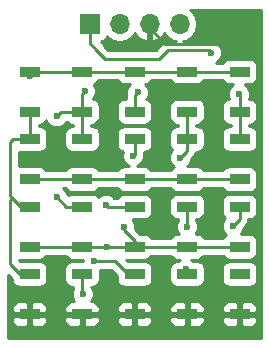
<source format=gbr>
G04 #@! TF.FileFunction,Copper,L1,Top,Signal*
%FSLAX46Y46*%
G04 Gerber Fmt 4.6, Leading zero omitted, Abs format (unit mm)*
G04 Created by KiCad (PCBNEW 4.0.7) date 07/07/18 12:03:53*
%MOMM*%
%LPD*%
G01*
G04 APERTURE LIST*
%ADD10C,0.100000*%
%ADD11R,1.700000X0.900000*%
%ADD12R,1.700000X1.700000*%
%ADD13O,1.700000X1.700000*%
%ADD14C,0.600000*%
%ADD15C,0.250000*%
%ADD16C,0.254000*%
G04 APERTURE END LIST*
D10*
D11*
X118745000Y-98220000D03*
X118745000Y-94820000D03*
X123190000Y-98220000D03*
X123190000Y-94820000D03*
X127635000Y-98220000D03*
X127635000Y-94820000D03*
X132080000Y-98220000D03*
X132080000Y-94820000D03*
X136525000Y-98220000D03*
X136525000Y-94820000D03*
X118745000Y-100535000D03*
X118745000Y-103935000D03*
X123190000Y-100535000D03*
X123190000Y-103935000D03*
X127635000Y-100535000D03*
X127635000Y-103935000D03*
X132080000Y-100535000D03*
X132080000Y-103935000D03*
X136525000Y-100535000D03*
X136525000Y-103935000D03*
X118745000Y-106250000D03*
X118745000Y-109650000D03*
X123190000Y-106250000D03*
X123190000Y-109650000D03*
X127635000Y-106250000D03*
X127635000Y-109650000D03*
X132080000Y-106250000D03*
X132080000Y-109650000D03*
X136525000Y-106250000D03*
X136525000Y-109650000D03*
X118745000Y-111965000D03*
X118745000Y-115365000D03*
X123190000Y-111965000D03*
X123190000Y-115365000D03*
X127635000Y-111965000D03*
X127635000Y-115365000D03*
X132080000Y-111965000D03*
X132080000Y-115365000D03*
X136525000Y-111965000D03*
X136525000Y-115365000D03*
D12*
X123825000Y-90805000D03*
D13*
X126365000Y-90805000D03*
X128905000Y-90805000D03*
X131445000Y-90805000D03*
D14*
X118745000Y-95186500D03*
X126746000Y-107950000D03*
X125285500Y-109664500D03*
X131635500Y-113601500D03*
X123253500Y-113665000D03*
X121031000Y-105473500D03*
X121031000Y-98615500D03*
X123444000Y-96456500D03*
X118427500Y-98234500D03*
X125222000Y-106108500D03*
X127508000Y-101981000D03*
X127889000Y-96583500D03*
X124206000Y-110871000D03*
X131508500Y-102108000D03*
X131953000Y-111569500D03*
X132080000Y-107950000D03*
X136461500Y-96710500D03*
X135953500Y-107886500D03*
X136207500Y-111950500D03*
X134112000Y-93218000D03*
D15*
X118745000Y-95186500D02*
X118745000Y-94820000D01*
X132080000Y-94820000D02*
X136525000Y-94820000D01*
X127635000Y-94820000D02*
X132080000Y-94820000D01*
X127635000Y-94820000D02*
X123190000Y-94820000D01*
X118745000Y-94820000D02*
X123190000Y-94820000D01*
X132080000Y-103935000D02*
X136525000Y-103935000D01*
X127635000Y-103935000D02*
X132080000Y-103935000D01*
X123190000Y-103935000D02*
X127635000Y-103935000D01*
X118745000Y-103935000D02*
X123190000Y-103935000D01*
X127635000Y-109650000D02*
X127635000Y-109156500D01*
X126746000Y-108267500D02*
X126746000Y-107950000D01*
X127635000Y-109156500D02*
X126746000Y-108267500D01*
X125285500Y-109664500D02*
X125285500Y-109650000D01*
X125285500Y-109650000D02*
X125285500Y-109664500D01*
X125285500Y-109664500D02*
X125285500Y-109650000D01*
X132080000Y-109650000D02*
X136525000Y-109650000D01*
X127635000Y-109650000D02*
X132080000Y-109650000D01*
X123190000Y-109650000D02*
X125285500Y-109650000D01*
X125285500Y-109650000D02*
X127635000Y-109650000D01*
X118745000Y-109650000D02*
X123190000Y-109650000D01*
X132080000Y-115365000D02*
X132080000Y-114046000D01*
X132080000Y-114046000D02*
X131635500Y-113601500D01*
X136525000Y-115365000D02*
X138000000Y-115365000D01*
X130238500Y-92456000D02*
X128905000Y-91122500D01*
X137858500Y-92456000D02*
X130238500Y-92456000D01*
X138303000Y-92900500D02*
X137858500Y-92456000D01*
X138303000Y-115062000D02*
X138303000Y-92900500D01*
X138000000Y-115365000D02*
X138303000Y-115062000D01*
X128905000Y-91122500D02*
X128905000Y-90805000D01*
X132080000Y-115365000D02*
X136525000Y-115365000D01*
X127635000Y-115365000D02*
X132080000Y-115365000D01*
X123190000Y-115365000D02*
X127635000Y-115365000D01*
X118745000Y-115365000D02*
X123190000Y-115365000D01*
X123190000Y-111965000D02*
X123190000Y-113601500D01*
X123190000Y-113601500D02*
X123253500Y-113665000D01*
X123190000Y-106250000D02*
X121807500Y-106250000D01*
X121807500Y-106250000D02*
X121031000Y-105473500D01*
X123190000Y-100535000D02*
X123190000Y-98220000D01*
X123190000Y-98220000D02*
X121426500Y-98220000D01*
X121426500Y-98220000D02*
X121031000Y-98615500D01*
X123190000Y-98220000D02*
X123190000Y-96710500D01*
X123190000Y-96710500D02*
X123444000Y-96456500D01*
X118745000Y-111965000D02*
X117934000Y-111965000D01*
X117934000Y-111965000D02*
X117094000Y-111125000D01*
X117094000Y-111125000D02*
X117094000Y-105664000D01*
X117094000Y-105664000D02*
X117252750Y-105505250D01*
X118745000Y-106250000D02*
X117997500Y-106250000D01*
X117997500Y-106250000D02*
X117252750Y-105505250D01*
X117252750Y-105505250D02*
X117094000Y-105346500D01*
X117094000Y-105346500D02*
X117094000Y-100774500D01*
X117094000Y-100774500D02*
X117333500Y-100535000D01*
X117333500Y-100535000D02*
X118745000Y-100535000D01*
X118745000Y-98220000D02*
X118745000Y-100535000D01*
X118427500Y-98234500D02*
X118442000Y-98220000D01*
X118442000Y-98220000D02*
X118745000Y-98220000D01*
X127635000Y-106250000D02*
X125363500Y-106250000D01*
X125363500Y-106250000D02*
X125222000Y-106108500D01*
X127635000Y-100535000D02*
X127635000Y-101854000D01*
X127635000Y-101854000D02*
X127508000Y-101981000D01*
X127635000Y-98220000D02*
X127635000Y-96837500D01*
X127635000Y-96837500D02*
X127889000Y-96583500D01*
X127635000Y-111965000D02*
X127078000Y-111965000D01*
X127078000Y-111965000D02*
X125984000Y-110871000D01*
X125984000Y-110871000D02*
X124206000Y-110871000D01*
X132080000Y-100535000D02*
X132080000Y-101536500D01*
X132080000Y-101536500D02*
X131508500Y-102108000D01*
X132080000Y-98220000D02*
X132080000Y-100535000D01*
X131953000Y-111569500D02*
X132080000Y-111696500D01*
X132080000Y-111696500D02*
X132080000Y-111965000D01*
X132080000Y-106250000D02*
X132080000Y-107950000D01*
X136525000Y-98220000D02*
X136525000Y-96774000D01*
X136525000Y-96774000D02*
X136461500Y-96710500D01*
X136525000Y-100535000D02*
X136525000Y-98220000D01*
X136525000Y-106250000D02*
X136525000Y-107315000D01*
X136525000Y-107315000D02*
X135953500Y-107886500D01*
X136207500Y-111950500D02*
X136222000Y-111965000D01*
X136222000Y-111965000D02*
X136525000Y-111965000D01*
X123825000Y-92392500D02*
X123825000Y-90805000D01*
X124396500Y-92964000D02*
X123825000Y-92392500D01*
X124396500Y-93027500D02*
X124396500Y-92964000D01*
X125095000Y-93726000D02*
X124396500Y-93027500D01*
X129730500Y-93726000D02*
X125095000Y-93726000D01*
X130429000Y-93027500D02*
X129730500Y-93726000D01*
X133921500Y-93027500D02*
X130429000Y-93027500D01*
X134112000Y-93218000D02*
X133921500Y-93027500D01*
D16*
G36*
X138355000Y-117400000D02*
X116915000Y-117400000D01*
X116915000Y-115650750D01*
X117260000Y-115650750D01*
X117260000Y-115941309D01*
X117356673Y-116174698D01*
X117535301Y-116353327D01*
X117768690Y-116450000D01*
X118459250Y-116450000D01*
X118618000Y-116291250D01*
X118618000Y-115492000D01*
X118872000Y-115492000D01*
X118872000Y-116291250D01*
X119030750Y-116450000D01*
X119721310Y-116450000D01*
X119954699Y-116353327D01*
X120133327Y-116174698D01*
X120230000Y-115941309D01*
X120230000Y-115650750D01*
X121705000Y-115650750D01*
X121705000Y-115941309D01*
X121801673Y-116174698D01*
X121980301Y-116353327D01*
X122213690Y-116450000D01*
X122904250Y-116450000D01*
X123063000Y-116291250D01*
X123063000Y-115492000D01*
X123317000Y-115492000D01*
X123317000Y-116291250D01*
X123475750Y-116450000D01*
X124166310Y-116450000D01*
X124399699Y-116353327D01*
X124578327Y-116174698D01*
X124675000Y-115941309D01*
X124675000Y-115650750D01*
X126150000Y-115650750D01*
X126150000Y-115941309D01*
X126246673Y-116174698D01*
X126425301Y-116353327D01*
X126658690Y-116450000D01*
X127349250Y-116450000D01*
X127508000Y-116291250D01*
X127508000Y-115492000D01*
X127762000Y-115492000D01*
X127762000Y-116291250D01*
X127920750Y-116450000D01*
X128611310Y-116450000D01*
X128844699Y-116353327D01*
X129023327Y-116174698D01*
X129120000Y-115941309D01*
X129120000Y-115650750D01*
X130595000Y-115650750D01*
X130595000Y-115941309D01*
X130691673Y-116174698D01*
X130870301Y-116353327D01*
X131103690Y-116450000D01*
X131794250Y-116450000D01*
X131953000Y-116291250D01*
X131953000Y-115492000D01*
X132207000Y-115492000D01*
X132207000Y-116291250D01*
X132365750Y-116450000D01*
X133056310Y-116450000D01*
X133289699Y-116353327D01*
X133468327Y-116174698D01*
X133565000Y-115941309D01*
X133565000Y-115650750D01*
X135040000Y-115650750D01*
X135040000Y-115941309D01*
X135136673Y-116174698D01*
X135315301Y-116353327D01*
X135548690Y-116450000D01*
X136239250Y-116450000D01*
X136398000Y-116291250D01*
X136398000Y-115492000D01*
X136652000Y-115492000D01*
X136652000Y-116291250D01*
X136810750Y-116450000D01*
X137501310Y-116450000D01*
X137734699Y-116353327D01*
X137913327Y-116174698D01*
X138010000Y-115941309D01*
X138010000Y-115650750D01*
X137851250Y-115492000D01*
X136652000Y-115492000D01*
X136398000Y-115492000D01*
X135198750Y-115492000D01*
X135040000Y-115650750D01*
X133565000Y-115650750D01*
X133406250Y-115492000D01*
X132207000Y-115492000D01*
X131953000Y-115492000D01*
X130753750Y-115492000D01*
X130595000Y-115650750D01*
X129120000Y-115650750D01*
X128961250Y-115492000D01*
X127762000Y-115492000D01*
X127508000Y-115492000D01*
X126308750Y-115492000D01*
X126150000Y-115650750D01*
X124675000Y-115650750D01*
X124516250Y-115492000D01*
X123317000Y-115492000D01*
X123063000Y-115492000D01*
X121863750Y-115492000D01*
X121705000Y-115650750D01*
X120230000Y-115650750D01*
X120071250Y-115492000D01*
X118872000Y-115492000D01*
X118618000Y-115492000D01*
X117418750Y-115492000D01*
X117260000Y-115650750D01*
X116915000Y-115650750D01*
X116915000Y-114788691D01*
X117260000Y-114788691D01*
X117260000Y-115079250D01*
X117418750Y-115238000D01*
X118618000Y-115238000D01*
X118618000Y-114438750D01*
X118872000Y-114438750D01*
X118872000Y-115238000D01*
X120071250Y-115238000D01*
X120230000Y-115079250D01*
X120230000Y-114788691D01*
X120133327Y-114555302D01*
X119954699Y-114376673D01*
X119721310Y-114280000D01*
X119030750Y-114280000D01*
X118872000Y-114438750D01*
X118618000Y-114438750D01*
X118459250Y-114280000D01*
X117768690Y-114280000D01*
X117535301Y-114376673D01*
X117356673Y-114555302D01*
X117260000Y-114788691D01*
X116915000Y-114788691D01*
X116915000Y-112020802D01*
X117247560Y-112353362D01*
X117247560Y-112415000D01*
X117291838Y-112650317D01*
X117430910Y-112866441D01*
X117643110Y-113011431D01*
X117895000Y-113062440D01*
X119595000Y-113062440D01*
X119830317Y-113018162D01*
X120046441Y-112879090D01*
X120191431Y-112666890D01*
X120242440Y-112415000D01*
X120242440Y-111515000D01*
X120198162Y-111279683D01*
X120059090Y-111063559D01*
X119846890Y-110918569D01*
X119595000Y-110867560D01*
X117911362Y-110867560D01*
X117854000Y-110810198D01*
X117854000Y-110739137D01*
X117895000Y-110747440D01*
X119595000Y-110747440D01*
X119830317Y-110703162D01*
X120046441Y-110564090D01*
X120151726Y-110410000D01*
X121784895Y-110410000D01*
X121875910Y-110551441D01*
X122088110Y-110696431D01*
X122340000Y-110747440D01*
X123271107Y-110747440D01*
X123271002Y-110867560D01*
X122340000Y-110867560D01*
X122104683Y-110911838D01*
X121888559Y-111050910D01*
X121743569Y-111263110D01*
X121692560Y-111515000D01*
X121692560Y-112415000D01*
X121736838Y-112650317D01*
X121875910Y-112866441D01*
X122088110Y-113011431D01*
X122340000Y-113062440D01*
X122430000Y-113062440D01*
X122430000Y-113210071D01*
X122318662Y-113478201D01*
X122318338Y-113850167D01*
X122460383Y-114193943D01*
X122546290Y-114280000D01*
X122213690Y-114280000D01*
X121980301Y-114376673D01*
X121801673Y-114555302D01*
X121705000Y-114788691D01*
X121705000Y-115079250D01*
X121863750Y-115238000D01*
X123063000Y-115238000D01*
X123063000Y-115218000D01*
X123317000Y-115218000D01*
X123317000Y-115238000D01*
X124516250Y-115238000D01*
X124675000Y-115079250D01*
X124675000Y-114788691D01*
X126150000Y-114788691D01*
X126150000Y-115079250D01*
X126308750Y-115238000D01*
X127508000Y-115238000D01*
X127508000Y-114438750D01*
X127762000Y-114438750D01*
X127762000Y-115238000D01*
X128961250Y-115238000D01*
X129120000Y-115079250D01*
X129120000Y-114788691D01*
X130595000Y-114788691D01*
X130595000Y-115079250D01*
X130753750Y-115238000D01*
X131953000Y-115238000D01*
X131953000Y-114438750D01*
X132207000Y-114438750D01*
X132207000Y-115238000D01*
X133406250Y-115238000D01*
X133565000Y-115079250D01*
X133565000Y-114788691D01*
X135040000Y-114788691D01*
X135040000Y-115079250D01*
X135198750Y-115238000D01*
X136398000Y-115238000D01*
X136398000Y-114438750D01*
X136652000Y-114438750D01*
X136652000Y-115238000D01*
X137851250Y-115238000D01*
X138010000Y-115079250D01*
X138010000Y-114788691D01*
X137913327Y-114555302D01*
X137734699Y-114376673D01*
X137501310Y-114280000D01*
X136810750Y-114280000D01*
X136652000Y-114438750D01*
X136398000Y-114438750D01*
X136239250Y-114280000D01*
X135548690Y-114280000D01*
X135315301Y-114376673D01*
X135136673Y-114555302D01*
X135040000Y-114788691D01*
X133565000Y-114788691D01*
X133468327Y-114555302D01*
X133289699Y-114376673D01*
X133056310Y-114280000D01*
X132365750Y-114280000D01*
X132207000Y-114438750D01*
X131953000Y-114438750D01*
X131794250Y-114280000D01*
X131103690Y-114280000D01*
X130870301Y-114376673D01*
X130691673Y-114555302D01*
X130595000Y-114788691D01*
X129120000Y-114788691D01*
X129023327Y-114555302D01*
X128844699Y-114376673D01*
X128611310Y-114280000D01*
X127920750Y-114280000D01*
X127762000Y-114438750D01*
X127508000Y-114438750D01*
X127349250Y-114280000D01*
X126658690Y-114280000D01*
X126425301Y-114376673D01*
X126246673Y-114555302D01*
X126150000Y-114788691D01*
X124675000Y-114788691D01*
X124578327Y-114555302D01*
X124399699Y-114376673D01*
X124166310Y-114280000D01*
X123960871Y-114280000D01*
X124045692Y-114195327D01*
X124188338Y-113851799D01*
X124188662Y-113479833D01*
X124046617Y-113136057D01*
X123973128Y-113062440D01*
X124040000Y-113062440D01*
X124275317Y-113018162D01*
X124491441Y-112879090D01*
X124636431Y-112666890D01*
X124687440Y-112415000D01*
X124687440Y-111683745D01*
X124734943Y-111664117D01*
X124768118Y-111631000D01*
X125669198Y-111631000D01*
X126137560Y-112099362D01*
X126137560Y-112415000D01*
X126181838Y-112650317D01*
X126320910Y-112866441D01*
X126533110Y-113011431D01*
X126785000Y-113062440D01*
X128485000Y-113062440D01*
X128720317Y-113018162D01*
X128936441Y-112879090D01*
X129081431Y-112666890D01*
X129132440Y-112415000D01*
X129132440Y-111515000D01*
X129088162Y-111279683D01*
X128949090Y-111063559D01*
X128736890Y-110918569D01*
X128485000Y-110867560D01*
X127055362Y-110867560D01*
X126935242Y-110747440D01*
X128485000Y-110747440D01*
X128720317Y-110703162D01*
X128936441Y-110564090D01*
X129041726Y-110410000D01*
X130674895Y-110410000D01*
X130765910Y-110551441D01*
X130978110Y-110696431D01*
X131230000Y-110747440D01*
X131494105Y-110747440D01*
X131424057Y-110776383D01*
X131332721Y-110867560D01*
X131230000Y-110867560D01*
X130994683Y-110911838D01*
X130778559Y-111050910D01*
X130633569Y-111263110D01*
X130582560Y-111515000D01*
X130582560Y-112415000D01*
X130626838Y-112650317D01*
X130765910Y-112866441D01*
X130978110Y-113011431D01*
X131230000Y-113062440D01*
X132930000Y-113062440D01*
X133165317Y-113018162D01*
X133381441Y-112879090D01*
X133526431Y-112666890D01*
X133577440Y-112415000D01*
X133577440Y-111515000D01*
X135027560Y-111515000D01*
X135027560Y-112415000D01*
X135071838Y-112650317D01*
X135210910Y-112866441D01*
X135423110Y-113011431D01*
X135675000Y-113062440D01*
X137375000Y-113062440D01*
X137610317Y-113018162D01*
X137826441Y-112879090D01*
X137971431Y-112666890D01*
X138022440Y-112415000D01*
X138022440Y-111515000D01*
X137978162Y-111279683D01*
X137839090Y-111063559D01*
X137626890Y-110918569D01*
X137375000Y-110867560D01*
X135675000Y-110867560D01*
X135439683Y-110911838D01*
X135223559Y-111050910D01*
X135078569Y-111263110D01*
X135027560Y-111515000D01*
X133577440Y-111515000D01*
X133533162Y-111279683D01*
X133394090Y-111063559D01*
X133181890Y-110918569D01*
X132930000Y-110867560D01*
X132573422Y-110867560D01*
X132483327Y-110777308D01*
X132411397Y-110747440D01*
X132930000Y-110747440D01*
X133165317Y-110703162D01*
X133381441Y-110564090D01*
X133486726Y-110410000D01*
X135119895Y-110410000D01*
X135210910Y-110551441D01*
X135423110Y-110696431D01*
X135675000Y-110747440D01*
X137375000Y-110747440D01*
X137610317Y-110703162D01*
X137826441Y-110564090D01*
X137971431Y-110351890D01*
X138022440Y-110100000D01*
X138022440Y-109200000D01*
X137978162Y-108964683D01*
X137839090Y-108748559D01*
X137626890Y-108603569D01*
X137375000Y-108552560D01*
X136609722Y-108552560D01*
X136745692Y-108416827D01*
X136888338Y-108073299D01*
X136888379Y-108026423D01*
X137062401Y-107852401D01*
X137227148Y-107605839D01*
X137278547Y-107347440D01*
X137375000Y-107347440D01*
X137610317Y-107303162D01*
X137826441Y-107164090D01*
X137971431Y-106951890D01*
X138022440Y-106700000D01*
X138022440Y-105800000D01*
X137978162Y-105564683D01*
X137839090Y-105348559D01*
X137626890Y-105203569D01*
X137375000Y-105152560D01*
X135675000Y-105152560D01*
X135439683Y-105196838D01*
X135223559Y-105335910D01*
X135078569Y-105548110D01*
X135027560Y-105800000D01*
X135027560Y-106700000D01*
X135071838Y-106935317D01*
X135210910Y-107151441D01*
X135303217Y-107214512D01*
X135161308Y-107356173D01*
X135018662Y-107699701D01*
X135018338Y-108071667D01*
X135160383Y-108415443D01*
X135379878Y-108635321D01*
X135223559Y-108735910D01*
X135118274Y-108890000D01*
X133485105Y-108890000D01*
X133394090Y-108748559D01*
X133181890Y-108603569D01*
X132930000Y-108552560D01*
X132799833Y-108552560D01*
X132872192Y-108480327D01*
X133014838Y-108136799D01*
X133015162Y-107764833D01*
X132873117Y-107421057D01*
X132840000Y-107387882D01*
X132840000Y-107347440D01*
X132930000Y-107347440D01*
X133165317Y-107303162D01*
X133381441Y-107164090D01*
X133526431Y-106951890D01*
X133577440Y-106700000D01*
X133577440Y-105800000D01*
X133533162Y-105564683D01*
X133394090Y-105348559D01*
X133181890Y-105203569D01*
X132930000Y-105152560D01*
X131230000Y-105152560D01*
X130994683Y-105196838D01*
X130778559Y-105335910D01*
X130633569Y-105548110D01*
X130582560Y-105800000D01*
X130582560Y-106700000D01*
X130626838Y-106935317D01*
X130765910Y-107151441D01*
X130978110Y-107296431D01*
X131230000Y-107347440D01*
X131320000Y-107347440D01*
X131320000Y-107387537D01*
X131287808Y-107419673D01*
X131145162Y-107763201D01*
X131144838Y-108135167D01*
X131286883Y-108478943D01*
X131360372Y-108552560D01*
X131230000Y-108552560D01*
X130994683Y-108596838D01*
X130778559Y-108735910D01*
X130673274Y-108890000D01*
X129040105Y-108890000D01*
X128949090Y-108748559D01*
X128736890Y-108603569D01*
X128485000Y-108552560D01*
X128105862Y-108552560D01*
X127680846Y-108127544D01*
X127681162Y-107764833D01*
X127539117Y-107421057D01*
X127465628Y-107347440D01*
X128485000Y-107347440D01*
X128720317Y-107303162D01*
X128936441Y-107164090D01*
X129081431Y-106951890D01*
X129132440Y-106700000D01*
X129132440Y-105800000D01*
X129088162Y-105564683D01*
X128949090Y-105348559D01*
X128736890Y-105203569D01*
X128485000Y-105152560D01*
X126785000Y-105152560D01*
X126549683Y-105196838D01*
X126333559Y-105335910D01*
X126228274Y-105490000D01*
X125925716Y-105490000D01*
X125752327Y-105316308D01*
X125408799Y-105173662D01*
X125036833Y-105173338D01*
X124693057Y-105315383D01*
X124565000Y-105443216D01*
X124504090Y-105348559D01*
X124291890Y-105203569D01*
X124040000Y-105152560D01*
X122340000Y-105152560D01*
X122104683Y-105196838D01*
X121965392Y-105286469D01*
X121824117Y-104944557D01*
X121574995Y-104695000D01*
X121784895Y-104695000D01*
X121875910Y-104836441D01*
X122088110Y-104981431D01*
X122340000Y-105032440D01*
X124040000Y-105032440D01*
X124275317Y-104988162D01*
X124491441Y-104849090D01*
X124596726Y-104695000D01*
X126229895Y-104695000D01*
X126320910Y-104836441D01*
X126533110Y-104981431D01*
X126785000Y-105032440D01*
X128485000Y-105032440D01*
X128720317Y-104988162D01*
X128936441Y-104849090D01*
X129041726Y-104695000D01*
X130674895Y-104695000D01*
X130765910Y-104836441D01*
X130978110Y-104981431D01*
X131230000Y-105032440D01*
X132930000Y-105032440D01*
X133165317Y-104988162D01*
X133381441Y-104849090D01*
X133486726Y-104695000D01*
X135119895Y-104695000D01*
X135210910Y-104836441D01*
X135423110Y-104981431D01*
X135675000Y-105032440D01*
X137375000Y-105032440D01*
X137610317Y-104988162D01*
X137826441Y-104849090D01*
X137971431Y-104636890D01*
X138022440Y-104385000D01*
X138022440Y-103485000D01*
X137978162Y-103249683D01*
X137839090Y-103033559D01*
X137626890Y-102888569D01*
X137375000Y-102837560D01*
X135675000Y-102837560D01*
X135439683Y-102881838D01*
X135223559Y-103020910D01*
X135118274Y-103175000D01*
X133485105Y-103175000D01*
X133394090Y-103033559D01*
X133181890Y-102888569D01*
X132930000Y-102837560D01*
X132101111Y-102837560D01*
X132300692Y-102638327D01*
X132443338Y-102294799D01*
X132443379Y-102247923D01*
X132617401Y-102073901D01*
X132782148Y-101827339D01*
X132820916Y-101632440D01*
X132930000Y-101632440D01*
X133165317Y-101588162D01*
X133381441Y-101449090D01*
X133526431Y-101236890D01*
X133577440Y-100985000D01*
X133577440Y-100085000D01*
X133533162Y-99849683D01*
X133394090Y-99633559D01*
X133181890Y-99488569D01*
X132930000Y-99437560D01*
X132840000Y-99437560D01*
X132840000Y-99317440D01*
X132930000Y-99317440D01*
X133165317Y-99273162D01*
X133381441Y-99134090D01*
X133526431Y-98921890D01*
X133577440Y-98670000D01*
X133577440Y-97770000D01*
X133533162Y-97534683D01*
X133394090Y-97318559D01*
X133181890Y-97173569D01*
X132930000Y-97122560D01*
X131230000Y-97122560D01*
X130994683Y-97166838D01*
X130778559Y-97305910D01*
X130633569Y-97518110D01*
X130582560Y-97770000D01*
X130582560Y-98670000D01*
X130626838Y-98905317D01*
X130765910Y-99121441D01*
X130978110Y-99266431D01*
X131230000Y-99317440D01*
X131320000Y-99317440D01*
X131320000Y-99437560D01*
X131230000Y-99437560D01*
X130994683Y-99481838D01*
X130778559Y-99620910D01*
X130633569Y-99833110D01*
X130582560Y-100085000D01*
X130582560Y-100985000D01*
X130626838Y-101220317D01*
X130765910Y-101436441D01*
X130820454Y-101473709D01*
X130716308Y-101577673D01*
X130573662Y-101921201D01*
X130573338Y-102293167D01*
X130715383Y-102636943D01*
X130973475Y-102895485D01*
X130778559Y-103020910D01*
X130673274Y-103175000D01*
X129040105Y-103175000D01*
X128949090Y-103033559D01*
X128736890Y-102888569D01*
X128485000Y-102837560D01*
X127883399Y-102837560D01*
X128036943Y-102774117D01*
X128300192Y-102511327D01*
X128442838Y-102167799D01*
X128443162Y-101795833D01*
X128395000Y-101679272D01*
X128395000Y-101632440D01*
X128485000Y-101632440D01*
X128720317Y-101588162D01*
X128936441Y-101449090D01*
X129081431Y-101236890D01*
X129132440Y-100985000D01*
X129132440Y-100085000D01*
X129088162Y-99849683D01*
X128949090Y-99633559D01*
X128736890Y-99488569D01*
X128485000Y-99437560D01*
X126785000Y-99437560D01*
X126549683Y-99481838D01*
X126333559Y-99620910D01*
X126188569Y-99833110D01*
X126137560Y-100085000D01*
X126137560Y-100985000D01*
X126181838Y-101220317D01*
X126320910Y-101436441D01*
X126533110Y-101581431D01*
X126651553Y-101605416D01*
X126573162Y-101794201D01*
X126572838Y-102166167D01*
X126714883Y-102509943D01*
X126977673Y-102773192D01*
X127132688Y-102837560D01*
X126785000Y-102837560D01*
X126549683Y-102881838D01*
X126333559Y-103020910D01*
X126228274Y-103175000D01*
X124595105Y-103175000D01*
X124504090Y-103033559D01*
X124291890Y-102888569D01*
X124040000Y-102837560D01*
X122340000Y-102837560D01*
X122104683Y-102881838D01*
X121888559Y-103020910D01*
X121783274Y-103175000D01*
X120150105Y-103175000D01*
X120059090Y-103033559D01*
X119846890Y-102888569D01*
X119595000Y-102837560D01*
X117895000Y-102837560D01*
X117854000Y-102845275D01*
X117854000Y-101624137D01*
X117895000Y-101632440D01*
X119595000Y-101632440D01*
X119830317Y-101588162D01*
X120046441Y-101449090D01*
X120191431Y-101236890D01*
X120242440Y-100985000D01*
X120242440Y-100085000D01*
X120198162Y-99849683D01*
X120059090Y-99633559D01*
X119846890Y-99488569D01*
X119595000Y-99437560D01*
X119505000Y-99437560D01*
X119505000Y-99317440D01*
X119595000Y-99317440D01*
X119830317Y-99273162D01*
X120046441Y-99134090D01*
X120163074Y-98963392D01*
X120237883Y-99144443D01*
X120500673Y-99407692D01*
X120844201Y-99550338D01*
X121216167Y-99550662D01*
X121559943Y-99408617D01*
X121823192Y-99145827D01*
X121850023Y-99081211D01*
X121875910Y-99121441D01*
X122088110Y-99266431D01*
X122340000Y-99317440D01*
X122430000Y-99317440D01*
X122430000Y-99437560D01*
X122340000Y-99437560D01*
X122104683Y-99481838D01*
X121888559Y-99620910D01*
X121743569Y-99833110D01*
X121692560Y-100085000D01*
X121692560Y-100985000D01*
X121736838Y-101220317D01*
X121875910Y-101436441D01*
X122088110Y-101581431D01*
X122340000Y-101632440D01*
X124040000Y-101632440D01*
X124275317Y-101588162D01*
X124491441Y-101449090D01*
X124636431Y-101236890D01*
X124687440Y-100985000D01*
X124687440Y-100085000D01*
X124643162Y-99849683D01*
X124504090Y-99633559D01*
X124291890Y-99488569D01*
X124040000Y-99437560D01*
X123950000Y-99437560D01*
X123950000Y-99317440D01*
X124040000Y-99317440D01*
X124275317Y-99273162D01*
X124491441Y-99134090D01*
X124636431Y-98921890D01*
X124687440Y-98670000D01*
X124687440Y-97770000D01*
X124643162Y-97534683D01*
X124504090Y-97318559D01*
X124291890Y-97173569D01*
X124090066Y-97132699D01*
X124236192Y-96986827D01*
X124378838Y-96643299D01*
X124379162Y-96271333D01*
X124237117Y-95927557D01*
X124197444Y-95887815D01*
X124275317Y-95873162D01*
X124491441Y-95734090D01*
X124596726Y-95580000D01*
X126229895Y-95580000D01*
X126320910Y-95721441D01*
X126533110Y-95866431D01*
X126785000Y-95917440D01*
X127232778Y-95917440D01*
X127096808Y-96053173D01*
X126954162Y-96396701D01*
X126954059Y-96514922D01*
X126932852Y-96546661D01*
X126875000Y-96837500D01*
X126875000Y-97122560D01*
X126785000Y-97122560D01*
X126549683Y-97166838D01*
X126333559Y-97305910D01*
X126188569Y-97518110D01*
X126137560Y-97770000D01*
X126137560Y-98670000D01*
X126181838Y-98905317D01*
X126320910Y-99121441D01*
X126533110Y-99266431D01*
X126785000Y-99317440D01*
X128485000Y-99317440D01*
X128720317Y-99273162D01*
X128936441Y-99134090D01*
X129081431Y-98921890D01*
X129132440Y-98670000D01*
X129132440Y-97770000D01*
X129088162Y-97534683D01*
X128949090Y-97318559D01*
X128736890Y-97173569D01*
X128640832Y-97154117D01*
X128681192Y-97113827D01*
X128823838Y-96770299D01*
X128824162Y-96398333D01*
X128682117Y-96054557D01*
X128535713Y-95907898D01*
X128720317Y-95873162D01*
X128936441Y-95734090D01*
X129041726Y-95580000D01*
X130674895Y-95580000D01*
X130765910Y-95721441D01*
X130978110Y-95866431D01*
X131230000Y-95917440D01*
X132930000Y-95917440D01*
X133165317Y-95873162D01*
X133381441Y-95734090D01*
X133486726Y-95580000D01*
X135119895Y-95580000D01*
X135210910Y-95721441D01*
X135423110Y-95866431D01*
X135675000Y-95917440D01*
X135932500Y-95917440D01*
X135669308Y-96180173D01*
X135526662Y-96523701D01*
X135526338Y-96895667D01*
X135624049Y-97132147D01*
X135439683Y-97166838D01*
X135223559Y-97305910D01*
X135078569Y-97518110D01*
X135027560Y-97770000D01*
X135027560Y-98670000D01*
X135071838Y-98905317D01*
X135210910Y-99121441D01*
X135423110Y-99266431D01*
X135675000Y-99317440D01*
X135765000Y-99317440D01*
X135765000Y-99437560D01*
X135675000Y-99437560D01*
X135439683Y-99481838D01*
X135223559Y-99620910D01*
X135078569Y-99833110D01*
X135027560Y-100085000D01*
X135027560Y-100985000D01*
X135071838Y-101220317D01*
X135210910Y-101436441D01*
X135423110Y-101581431D01*
X135675000Y-101632440D01*
X137375000Y-101632440D01*
X137610317Y-101588162D01*
X137826441Y-101449090D01*
X137971431Y-101236890D01*
X138022440Y-100985000D01*
X138022440Y-100085000D01*
X137978162Y-99849683D01*
X137839090Y-99633559D01*
X137626890Y-99488569D01*
X137375000Y-99437560D01*
X137285000Y-99437560D01*
X137285000Y-99317440D01*
X137375000Y-99317440D01*
X137610317Y-99273162D01*
X137826441Y-99134090D01*
X137971431Y-98921890D01*
X138022440Y-98670000D01*
X138022440Y-97770000D01*
X137978162Y-97534683D01*
X137839090Y-97318559D01*
X137626890Y-97173569D01*
X137375000Y-97122560D01*
X137302801Y-97122560D01*
X137396338Y-96897299D01*
X137396662Y-96525333D01*
X137254617Y-96181557D01*
X136991827Y-95918308D01*
X136989737Y-95917440D01*
X137375000Y-95917440D01*
X137610317Y-95873162D01*
X137826441Y-95734090D01*
X137971431Y-95521890D01*
X138022440Y-95270000D01*
X138022440Y-94370000D01*
X137978162Y-94134683D01*
X137839090Y-93918559D01*
X137626890Y-93773569D01*
X137375000Y-93722560D01*
X135675000Y-93722560D01*
X135439683Y-93766838D01*
X135223559Y-93905910D01*
X135118274Y-94060000D01*
X134522637Y-94060000D01*
X134640943Y-94011117D01*
X134904192Y-93748327D01*
X135046838Y-93404799D01*
X135047162Y-93032833D01*
X134905117Y-92689057D01*
X134642327Y-92425808D01*
X134298799Y-92283162D01*
X133998924Y-92282901D01*
X133921500Y-92267500D01*
X131704375Y-92267500D01*
X132013285Y-92206054D01*
X132495054Y-91884147D01*
X132816961Y-91402378D01*
X132930000Y-90834093D01*
X132930000Y-90775907D01*
X132816961Y-90207622D01*
X132495054Y-89725853D01*
X132321667Y-89610000D01*
X138355000Y-89610000D01*
X138355000Y-117400000D01*
X138355000Y-117400000D01*
G37*
X138355000Y-117400000D02*
X116915000Y-117400000D01*
X116915000Y-115650750D01*
X117260000Y-115650750D01*
X117260000Y-115941309D01*
X117356673Y-116174698D01*
X117535301Y-116353327D01*
X117768690Y-116450000D01*
X118459250Y-116450000D01*
X118618000Y-116291250D01*
X118618000Y-115492000D01*
X118872000Y-115492000D01*
X118872000Y-116291250D01*
X119030750Y-116450000D01*
X119721310Y-116450000D01*
X119954699Y-116353327D01*
X120133327Y-116174698D01*
X120230000Y-115941309D01*
X120230000Y-115650750D01*
X121705000Y-115650750D01*
X121705000Y-115941309D01*
X121801673Y-116174698D01*
X121980301Y-116353327D01*
X122213690Y-116450000D01*
X122904250Y-116450000D01*
X123063000Y-116291250D01*
X123063000Y-115492000D01*
X123317000Y-115492000D01*
X123317000Y-116291250D01*
X123475750Y-116450000D01*
X124166310Y-116450000D01*
X124399699Y-116353327D01*
X124578327Y-116174698D01*
X124675000Y-115941309D01*
X124675000Y-115650750D01*
X126150000Y-115650750D01*
X126150000Y-115941309D01*
X126246673Y-116174698D01*
X126425301Y-116353327D01*
X126658690Y-116450000D01*
X127349250Y-116450000D01*
X127508000Y-116291250D01*
X127508000Y-115492000D01*
X127762000Y-115492000D01*
X127762000Y-116291250D01*
X127920750Y-116450000D01*
X128611310Y-116450000D01*
X128844699Y-116353327D01*
X129023327Y-116174698D01*
X129120000Y-115941309D01*
X129120000Y-115650750D01*
X130595000Y-115650750D01*
X130595000Y-115941309D01*
X130691673Y-116174698D01*
X130870301Y-116353327D01*
X131103690Y-116450000D01*
X131794250Y-116450000D01*
X131953000Y-116291250D01*
X131953000Y-115492000D01*
X132207000Y-115492000D01*
X132207000Y-116291250D01*
X132365750Y-116450000D01*
X133056310Y-116450000D01*
X133289699Y-116353327D01*
X133468327Y-116174698D01*
X133565000Y-115941309D01*
X133565000Y-115650750D01*
X135040000Y-115650750D01*
X135040000Y-115941309D01*
X135136673Y-116174698D01*
X135315301Y-116353327D01*
X135548690Y-116450000D01*
X136239250Y-116450000D01*
X136398000Y-116291250D01*
X136398000Y-115492000D01*
X136652000Y-115492000D01*
X136652000Y-116291250D01*
X136810750Y-116450000D01*
X137501310Y-116450000D01*
X137734699Y-116353327D01*
X137913327Y-116174698D01*
X138010000Y-115941309D01*
X138010000Y-115650750D01*
X137851250Y-115492000D01*
X136652000Y-115492000D01*
X136398000Y-115492000D01*
X135198750Y-115492000D01*
X135040000Y-115650750D01*
X133565000Y-115650750D01*
X133406250Y-115492000D01*
X132207000Y-115492000D01*
X131953000Y-115492000D01*
X130753750Y-115492000D01*
X130595000Y-115650750D01*
X129120000Y-115650750D01*
X128961250Y-115492000D01*
X127762000Y-115492000D01*
X127508000Y-115492000D01*
X126308750Y-115492000D01*
X126150000Y-115650750D01*
X124675000Y-115650750D01*
X124516250Y-115492000D01*
X123317000Y-115492000D01*
X123063000Y-115492000D01*
X121863750Y-115492000D01*
X121705000Y-115650750D01*
X120230000Y-115650750D01*
X120071250Y-115492000D01*
X118872000Y-115492000D01*
X118618000Y-115492000D01*
X117418750Y-115492000D01*
X117260000Y-115650750D01*
X116915000Y-115650750D01*
X116915000Y-114788691D01*
X117260000Y-114788691D01*
X117260000Y-115079250D01*
X117418750Y-115238000D01*
X118618000Y-115238000D01*
X118618000Y-114438750D01*
X118872000Y-114438750D01*
X118872000Y-115238000D01*
X120071250Y-115238000D01*
X120230000Y-115079250D01*
X120230000Y-114788691D01*
X120133327Y-114555302D01*
X119954699Y-114376673D01*
X119721310Y-114280000D01*
X119030750Y-114280000D01*
X118872000Y-114438750D01*
X118618000Y-114438750D01*
X118459250Y-114280000D01*
X117768690Y-114280000D01*
X117535301Y-114376673D01*
X117356673Y-114555302D01*
X117260000Y-114788691D01*
X116915000Y-114788691D01*
X116915000Y-112020802D01*
X117247560Y-112353362D01*
X117247560Y-112415000D01*
X117291838Y-112650317D01*
X117430910Y-112866441D01*
X117643110Y-113011431D01*
X117895000Y-113062440D01*
X119595000Y-113062440D01*
X119830317Y-113018162D01*
X120046441Y-112879090D01*
X120191431Y-112666890D01*
X120242440Y-112415000D01*
X120242440Y-111515000D01*
X120198162Y-111279683D01*
X120059090Y-111063559D01*
X119846890Y-110918569D01*
X119595000Y-110867560D01*
X117911362Y-110867560D01*
X117854000Y-110810198D01*
X117854000Y-110739137D01*
X117895000Y-110747440D01*
X119595000Y-110747440D01*
X119830317Y-110703162D01*
X120046441Y-110564090D01*
X120151726Y-110410000D01*
X121784895Y-110410000D01*
X121875910Y-110551441D01*
X122088110Y-110696431D01*
X122340000Y-110747440D01*
X123271107Y-110747440D01*
X123271002Y-110867560D01*
X122340000Y-110867560D01*
X122104683Y-110911838D01*
X121888559Y-111050910D01*
X121743569Y-111263110D01*
X121692560Y-111515000D01*
X121692560Y-112415000D01*
X121736838Y-112650317D01*
X121875910Y-112866441D01*
X122088110Y-113011431D01*
X122340000Y-113062440D01*
X122430000Y-113062440D01*
X122430000Y-113210071D01*
X122318662Y-113478201D01*
X122318338Y-113850167D01*
X122460383Y-114193943D01*
X122546290Y-114280000D01*
X122213690Y-114280000D01*
X121980301Y-114376673D01*
X121801673Y-114555302D01*
X121705000Y-114788691D01*
X121705000Y-115079250D01*
X121863750Y-115238000D01*
X123063000Y-115238000D01*
X123063000Y-115218000D01*
X123317000Y-115218000D01*
X123317000Y-115238000D01*
X124516250Y-115238000D01*
X124675000Y-115079250D01*
X124675000Y-114788691D01*
X126150000Y-114788691D01*
X126150000Y-115079250D01*
X126308750Y-115238000D01*
X127508000Y-115238000D01*
X127508000Y-114438750D01*
X127762000Y-114438750D01*
X127762000Y-115238000D01*
X128961250Y-115238000D01*
X129120000Y-115079250D01*
X129120000Y-114788691D01*
X130595000Y-114788691D01*
X130595000Y-115079250D01*
X130753750Y-115238000D01*
X131953000Y-115238000D01*
X131953000Y-114438750D01*
X132207000Y-114438750D01*
X132207000Y-115238000D01*
X133406250Y-115238000D01*
X133565000Y-115079250D01*
X133565000Y-114788691D01*
X135040000Y-114788691D01*
X135040000Y-115079250D01*
X135198750Y-115238000D01*
X136398000Y-115238000D01*
X136398000Y-114438750D01*
X136652000Y-114438750D01*
X136652000Y-115238000D01*
X137851250Y-115238000D01*
X138010000Y-115079250D01*
X138010000Y-114788691D01*
X137913327Y-114555302D01*
X137734699Y-114376673D01*
X137501310Y-114280000D01*
X136810750Y-114280000D01*
X136652000Y-114438750D01*
X136398000Y-114438750D01*
X136239250Y-114280000D01*
X135548690Y-114280000D01*
X135315301Y-114376673D01*
X135136673Y-114555302D01*
X135040000Y-114788691D01*
X133565000Y-114788691D01*
X133468327Y-114555302D01*
X133289699Y-114376673D01*
X133056310Y-114280000D01*
X132365750Y-114280000D01*
X132207000Y-114438750D01*
X131953000Y-114438750D01*
X131794250Y-114280000D01*
X131103690Y-114280000D01*
X130870301Y-114376673D01*
X130691673Y-114555302D01*
X130595000Y-114788691D01*
X129120000Y-114788691D01*
X129023327Y-114555302D01*
X128844699Y-114376673D01*
X128611310Y-114280000D01*
X127920750Y-114280000D01*
X127762000Y-114438750D01*
X127508000Y-114438750D01*
X127349250Y-114280000D01*
X126658690Y-114280000D01*
X126425301Y-114376673D01*
X126246673Y-114555302D01*
X126150000Y-114788691D01*
X124675000Y-114788691D01*
X124578327Y-114555302D01*
X124399699Y-114376673D01*
X124166310Y-114280000D01*
X123960871Y-114280000D01*
X124045692Y-114195327D01*
X124188338Y-113851799D01*
X124188662Y-113479833D01*
X124046617Y-113136057D01*
X123973128Y-113062440D01*
X124040000Y-113062440D01*
X124275317Y-113018162D01*
X124491441Y-112879090D01*
X124636431Y-112666890D01*
X124687440Y-112415000D01*
X124687440Y-111683745D01*
X124734943Y-111664117D01*
X124768118Y-111631000D01*
X125669198Y-111631000D01*
X126137560Y-112099362D01*
X126137560Y-112415000D01*
X126181838Y-112650317D01*
X126320910Y-112866441D01*
X126533110Y-113011431D01*
X126785000Y-113062440D01*
X128485000Y-113062440D01*
X128720317Y-113018162D01*
X128936441Y-112879090D01*
X129081431Y-112666890D01*
X129132440Y-112415000D01*
X129132440Y-111515000D01*
X129088162Y-111279683D01*
X128949090Y-111063559D01*
X128736890Y-110918569D01*
X128485000Y-110867560D01*
X127055362Y-110867560D01*
X126935242Y-110747440D01*
X128485000Y-110747440D01*
X128720317Y-110703162D01*
X128936441Y-110564090D01*
X129041726Y-110410000D01*
X130674895Y-110410000D01*
X130765910Y-110551441D01*
X130978110Y-110696431D01*
X131230000Y-110747440D01*
X131494105Y-110747440D01*
X131424057Y-110776383D01*
X131332721Y-110867560D01*
X131230000Y-110867560D01*
X130994683Y-110911838D01*
X130778559Y-111050910D01*
X130633569Y-111263110D01*
X130582560Y-111515000D01*
X130582560Y-112415000D01*
X130626838Y-112650317D01*
X130765910Y-112866441D01*
X130978110Y-113011431D01*
X131230000Y-113062440D01*
X132930000Y-113062440D01*
X133165317Y-113018162D01*
X133381441Y-112879090D01*
X133526431Y-112666890D01*
X133577440Y-112415000D01*
X133577440Y-111515000D01*
X135027560Y-111515000D01*
X135027560Y-112415000D01*
X135071838Y-112650317D01*
X135210910Y-112866441D01*
X135423110Y-113011431D01*
X135675000Y-113062440D01*
X137375000Y-113062440D01*
X137610317Y-113018162D01*
X137826441Y-112879090D01*
X137971431Y-112666890D01*
X138022440Y-112415000D01*
X138022440Y-111515000D01*
X137978162Y-111279683D01*
X137839090Y-111063559D01*
X137626890Y-110918569D01*
X137375000Y-110867560D01*
X135675000Y-110867560D01*
X135439683Y-110911838D01*
X135223559Y-111050910D01*
X135078569Y-111263110D01*
X135027560Y-111515000D01*
X133577440Y-111515000D01*
X133533162Y-111279683D01*
X133394090Y-111063559D01*
X133181890Y-110918569D01*
X132930000Y-110867560D01*
X132573422Y-110867560D01*
X132483327Y-110777308D01*
X132411397Y-110747440D01*
X132930000Y-110747440D01*
X133165317Y-110703162D01*
X133381441Y-110564090D01*
X133486726Y-110410000D01*
X135119895Y-110410000D01*
X135210910Y-110551441D01*
X135423110Y-110696431D01*
X135675000Y-110747440D01*
X137375000Y-110747440D01*
X137610317Y-110703162D01*
X137826441Y-110564090D01*
X137971431Y-110351890D01*
X138022440Y-110100000D01*
X138022440Y-109200000D01*
X137978162Y-108964683D01*
X137839090Y-108748559D01*
X137626890Y-108603569D01*
X137375000Y-108552560D01*
X136609722Y-108552560D01*
X136745692Y-108416827D01*
X136888338Y-108073299D01*
X136888379Y-108026423D01*
X137062401Y-107852401D01*
X137227148Y-107605839D01*
X137278547Y-107347440D01*
X137375000Y-107347440D01*
X137610317Y-107303162D01*
X137826441Y-107164090D01*
X137971431Y-106951890D01*
X138022440Y-106700000D01*
X138022440Y-105800000D01*
X137978162Y-105564683D01*
X137839090Y-105348559D01*
X137626890Y-105203569D01*
X137375000Y-105152560D01*
X135675000Y-105152560D01*
X135439683Y-105196838D01*
X135223559Y-105335910D01*
X135078569Y-105548110D01*
X135027560Y-105800000D01*
X135027560Y-106700000D01*
X135071838Y-106935317D01*
X135210910Y-107151441D01*
X135303217Y-107214512D01*
X135161308Y-107356173D01*
X135018662Y-107699701D01*
X135018338Y-108071667D01*
X135160383Y-108415443D01*
X135379878Y-108635321D01*
X135223559Y-108735910D01*
X135118274Y-108890000D01*
X133485105Y-108890000D01*
X133394090Y-108748559D01*
X133181890Y-108603569D01*
X132930000Y-108552560D01*
X132799833Y-108552560D01*
X132872192Y-108480327D01*
X133014838Y-108136799D01*
X133015162Y-107764833D01*
X132873117Y-107421057D01*
X132840000Y-107387882D01*
X132840000Y-107347440D01*
X132930000Y-107347440D01*
X133165317Y-107303162D01*
X133381441Y-107164090D01*
X133526431Y-106951890D01*
X133577440Y-106700000D01*
X133577440Y-105800000D01*
X133533162Y-105564683D01*
X133394090Y-105348559D01*
X133181890Y-105203569D01*
X132930000Y-105152560D01*
X131230000Y-105152560D01*
X130994683Y-105196838D01*
X130778559Y-105335910D01*
X130633569Y-105548110D01*
X130582560Y-105800000D01*
X130582560Y-106700000D01*
X130626838Y-106935317D01*
X130765910Y-107151441D01*
X130978110Y-107296431D01*
X131230000Y-107347440D01*
X131320000Y-107347440D01*
X131320000Y-107387537D01*
X131287808Y-107419673D01*
X131145162Y-107763201D01*
X131144838Y-108135167D01*
X131286883Y-108478943D01*
X131360372Y-108552560D01*
X131230000Y-108552560D01*
X130994683Y-108596838D01*
X130778559Y-108735910D01*
X130673274Y-108890000D01*
X129040105Y-108890000D01*
X128949090Y-108748559D01*
X128736890Y-108603569D01*
X128485000Y-108552560D01*
X128105862Y-108552560D01*
X127680846Y-108127544D01*
X127681162Y-107764833D01*
X127539117Y-107421057D01*
X127465628Y-107347440D01*
X128485000Y-107347440D01*
X128720317Y-107303162D01*
X128936441Y-107164090D01*
X129081431Y-106951890D01*
X129132440Y-106700000D01*
X129132440Y-105800000D01*
X129088162Y-105564683D01*
X128949090Y-105348559D01*
X128736890Y-105203569D01*
X128485000Y-105152560D01*
X126785000Y-105152560D01*
X126549683Y-105196838D01*
X126333559Y-105335910D01*
X126228274Y-105490000D01*
X125925716Y-105490000D01*
X125752327Y-105316308D01*
X125408799Y-105173662D01*
X125036833Y-105173338D01*
X124693057Y-105315383D01*
X124565000Y-105443216D01*
X124504090Y-105348559D01*
X124291890Y-105203569D01*
X124040000Y-105152560D01*
X122340000Y-105152560D01*
X122104683Y-105196838D01*
X121965392Y-105286469D01*
X121824117Y-104944557D01*
X121574995Y-104695000D01*
X121784895Y-104695000D01*
X121875910Y-104836441D01*
X122088110Y-104981431D01*
X122340000Y-105032440D01*
X124040000Y-105032440D01*
X124275317Y-104988162D01*
X124491441Y-104849090D01*
X124596726Y-104695000D01*
X126229895Y-104695000D01*
X126320910Y-104836441D01*
X126533110Y-104981431D01*
X126785000Y-105032440D01*
X128485000Y-105032440D01*
X128720317Y-104988162D01*
X128936441Y-104849090D01*
X129041726Y-104695000D01*
X130674895Y-104695000D01*
X130765910Y-104836441D01*
X130978110Y-104981431D01*
X131230000Y-105032440D01*
X132930000Y-105032440D01*
X133165317Y-104988162D01*
X133381441Y-104849090D01*
X133486726Y-104695000D01*
X135119895Y-104695000D01*
X135210910Y-104836441D01*
X135423110Y-104981431D01*
X135675000Y-105032440D01*
X137375000Y-105032440D01*
X137610317Y-104988162D01*
X137826441Y-104849090D01*
X137971431Y-104636890D01*
X138022440Y-104385000D01*
X138022440Y-103485000D01*
X137978162Y-103249683D01*
X137839090Y-103033559D01*
X137626890Y-102888569D01*
X137375000Y-102837560D01*
X135675000Y-102837560D01*
X135439683Y-102881838D01*
X135223559Y-103020910D01*
X135118274Y-103175000D01*
X133485105Y-103175000D01*
X133394090Y-103033559D01*
X133181890Y-102888569D01*
X132930000Y-102837560D01*
X132101111Y-102837560D01*
X132300692Y-102638327D01*
X132443338Y-102294799D01*
X132443379Y-102247923D01*
X132617401Y-102073901D01*
X132782148Y-101827339D01*
X132820916Y-101632440D01*
X132930000Y-101632440D01*
X133165317Y-101588162D01*
X133381441Y-101449090D01*
X133526431Y-101236890D01*
X133577440Y-100985000D01*
X133577440Y-100085000D01*
X133533162Y-99849683D01*
X133394090Y-99633559D01*
X133181890Y-99488569D01*
X132930000Y-99437560D01*
X132840000Y-99437560D01*
X132840000Y-99317440D01*
X132930000Y-99317440D01*
X133165317Y-99273162D01*
X133381441Y-99134090D01*
X133526431Y-98921890D01*
X133577440Y-98670000D01*
X133577440Y-97770000D01*
X133533162Y-97534683D01*
X133394090Y-97318559D01*
X133181890Y-97173569D01*
X132930000Y-97122560D01*
X131230000Y-97122560D01*
X130994683Y-97166838D01*
X130778559Y-97305910D01*
X130633569Y-97518110D01*
X130582560Y-97770000D01*
X130582560Y-98670000D01*
X130626838Y-98905317D01*
X130765910Y-99121441D01*
X130978110Y-99266431D01*
X131230000Y-99317440D01*
X131320000Y-99317440D01*
X131320000Y-99437560D01*
X131230000Y-99437560D01*
X130994683Y-99481838D01*
X130778559Y-99620910D01*
X130633569Y-99833110D01*
X130582560Y-100085000D01*
X130582560Y-100985000D01*
X130626838Y-101220317D01*
X130765910Y-101436441D01*
X130820454Y-101473709D01*
X130716308Y-101577673D01*
X130573662Y-101921201D01*
X130573338Y-102293167D01*
X130715383Y-102636943D01*
X130973475Y-102895485D01*
X130778559Y-103020910D01*
X130673274Y-103175000D01*
X129040105Y-103175000D01*
X128949090Y-103033559D01*
X128736890Y-102888569D01*
X128485000Y-102837560D01*
X127883399Y-102837560D01*
X128036943Y-102774117D01*
X128300192Y-102511327D01*
X128442838Y-102167799D01*
X128443162Y-101795833D01*
X128395000Y-101679272D01*
X128395000Y-101632440D01*
X128485000Y-101632440D01*
X128720317Y-101588162D01*
X128936441Y-101449090D01*
X129081431Y-101236890D01*
X129132440Y-100985000D01*
X129132440Y-100085000D01*
X129088162Y-99849683D01*
X128949090Y-99633559D01*
X128736890Y-99488569D01*
X128485000Y-99437560D01*
X126785000Y-99437560D01*
X126549683Y-99481838D01*
X126333559Y-99620910D01*
X126188569Y-99833110D01*
X126137560Y-100085000D01*
X126137560Y-100985000D01*
X126181838Y-101220317D01*
X126320910Y-101436441D01*
X126533110Y-101581431D01*
X126651553Y-101605416D01*
X126573162Y-101794201D01*
X126572838Y-102166167D01*
X126714883Y-102509943D01*
X126977673Y-102773192D01*
X127132688Y-102837560D01*
X126785000Y-102837560D01*
X126549683Y-102881838D01*
X126333559Y-103020910D01*
X126228274Y-103175000D01*
X124595105Y-103175000D01*
X124504090Y-103033559D01*
X124291890Y-102888569D01*
X124040000Y-102837560D01*
X122340000Y-102837560D01*
X122104683Y-102881838D01*
X121888559Y-103020910D01*
X121783274Y-103175000D01*
X120150105Y-103175000D01*
X120059090Y-103033559D01*
X119846890Y-102888569D01*
X119595000Y-102837560D01*
X117895000Y-102837560D01*
X117854000Y-102845275D01*
X117854000Y-101624137D01*
X117895000Y-101632440D01*
X119595000Y-101632440D01*
X119830317Y-101588162D01*
X120046441Y-101449090D01*
X120191431Y-101236890D01*
X120242440Y-100985000D01*
X120242440Y-100085000D01*
X120198162Y-99849683D01*
X120059090Y-99633559D01*
X119846890Y-99488569D01*
X119595000Y-99437560D01*
X119505000Y-99437560D01*
X119505000Y-99317440D01*
X119595000Y-99317440D01*
X119830317Y-99273162D01*
X120046441Y-99134090D01*
X120163074Y-98963392D01*
X120237883Y-99144443D01*
X120500673Y-99407692D01*
X120844201Y-99550338D01*
X121216167Y-99550662D01*
X121559943Y-99408617D01*
X121823192Y-99145827D01*
X121850023Y-99081211D01*
X121875910Y-99121441D01*
X122088110Y-99266431D01*
X122340000Y-99317440D01*
X122430000Y-99317440D01*
X122430000Y-99437560D01*
X122340000Y-99437560D01*
X122104683Y-99481838D01*
X121888559Y-99620910D01*
X121743569Y-99833110D01*
X121692560Y-100085000D01*
X121692560Y-100985000D01*
X121736838Y-101220317D01*
X121875910Y-101436441D01*
X122088110Y-101581431D01*
X122340000Y-101632440D01*
X124040000Y-101632440D01*
X124275317Y-101588162D01*
X124491441Y-101449090D01*
X124636431Y-101236890D01*
X124687440Y-100985000D01*
X124687440Y-100085000D01*
X124643162Y-99849683D01*
X124504090Y-99633559D01*
X124291890Y-99488569D01*
X124040000Y-99437560D01*
X123950000Y-99437560D01*
X123950000Y-99317440D01*
X124040000Y-99317440D01*
X124275317Y-99273162D01*
X124491441Y-99134090D01*
X124636431Y-98921890D01*
X124687440Y-98670000D01*
X124687440Y-97770000D01*
X124643162Y-97534683D01*
X124504090Y-97318559D01*
X124291890Y-97173569D01*
X124090066Y-97132699D01*
X124236192Y-96986827D01*
X124378838Y-96643299D01*
X124379162Y-96271333D01*
X124237117Y-95927557D01*
X124197444Y-95887815D01*
X124275317Y-95873162D01*
X124491441Y-95734090D01*
X124596726Y-95580000D01*
X126229895Y-95580000D01*
X126320910Y-95721441D01*
X126533110Y-95866431D01*
X126785000Y-95917440D01*
X127232778Y-95917440D01*
X127096808Y-96053173D01*
X126954162Y-96396701D01*
X126954059Y-96514922D01*
X126932852Y-96546661D01*
X126875000Y-96837500D01*
X126875000Y-97122560D01*
X126785000Y-97122560D01*
X126549683Y-97166838D01*
X126333559Y-97305910D01*
X126188569Y-97518110D01*
X126137560Y-97770000D01*
X126137560Y-98670000D01*
X126181838Y-98905317D01*
X126320910Y-99121441D01*
X126533110Y-99266431D01*
X126785000Y-99317440D01*
X128485000Y-99317440D01*
X128720317Y-99273162D01*
X128936441Y-99134090D01*
X129081431Y-98921890D01*
X129132440Y-98670000D01*
X129132440Y-97770000D01*
X129088162Y-97534683D01*
X128949090Y-97318559D01*
X128736890Y-97173569D01*
X128640832Y-97154117D01*
X128681192Y-97113827D01*
X128823838Y-96770299D01*
X128824162Y-96398333D01*
X128682117Y-96054557D01*
X128535713Y-95907898D01*
X128720317Y-95873162D01*
X128936441Y-95734090D01*
X129041726Y-95580000D01*
X130674895Y-95580000D01*
X130765910Y-95721441D01*
X130978110Y-95866431D01*
X131230000Y-95917440D01*
X132930000Y-95917440D01*
X133165317Y-95873162D01*
X133381441Y-95734090D01*
X133486726Y-95580000D01*
X135119895Y-95580000D01*
X135210910Y-95721441D01*
X135423110Y-95866431D01*
X135675000Y-95917440D01*
X135932500Y-95917440D01*
X135669308Y-96180173D01*
X135526662Y-96523701D01*
X135526338Y-96895667D01*
X135624049Y-97132147D01*
X135439683Y-97166838D01*
X135223559Y-97305910D01*
X135078569Y-97518110D01*
X135027560Y-97770000D01*
X135027560Y-98670000D01*
X135071838Y-98905317D01*
X135210910Y-99121441D01*
X135423110Y-99266431D01*
X135675000Y-99317440D01*
X135765000Y-99317440D01*
X135765000Y-99437560D01*
X135675000Y-99437560D01*
X135439683Y-99481838D01*
X135223559Y-99620910D01*
X135078569Y-99833110D01*
X135027560Y-100085000D01*
X135027560Y-100985000D01*
X135071838Y-101220317D01*
X135210910Y-101436441D01*
X135423110Y-101581431D01*
X135675000Y-101632440D01*
X137375000Y-101632440D01*
X137610317Y-101588162D01*
X137826441Y-101449090D01*
X137971431Y-101236890D01*
X138022440Y-100985000D01*
X138022440Y-100085000D01*
X137978162Y-99849683D01*
X137839090Y-99633559D01*
X137626890Y-99488569D01*
X137375000Y-99437560D01*
X137285000Y-99437560D01*
X137285000Y-99317440D01*
X137375000Y-99317440D01*
X137610317Y-99273162D01*
X137826441Y-99134090D01*
X137971431Y-98921890D01*
X138022440Y-98670000D01*
X138022440Y-97770000D01*
X137978162Y-97534683D01*
X137839090Y-97318559D01*
X137626890Y-97173569D01*
X137375000Y-97122560D01*
X137302801Y-97122560D01*
X137396338Y-96897299D01*
X137396662Y-96525333D01*
X137254617Y-96181557D01*
X136991827Y-95918308D01*
X136989737Y-95917440D01*
X137375000Y-95917440D01*
X137610317Y-95873162D01*
X137826441Y-95734090D01*
X137971431Y-95521890D01*
X138022440Y-95270000D01*
X138022440Y-94370000D01*
X137978162Y-94134683D01*
X137839090Y-93918559D01*
X137626890Y-93773569D01*
X137375000Y-93722560D01*
X135675000Y-93722560D01*
X135439683Y-93766838D01*
X135223559Y-93905910D01*
X135118274Y-94060000D01*
X134522637Y-94060000D01*
X134640943Y-94011117D01*
X134904192Y-93748327D01*
X135046838Y-93404799D01*
X135047162Y-93032833D01*
X134905117Y-92689057D01*
X134642327Y-92425808D01*
X134298799Y-92283162D01*
X133998924Y-92282901D01*
X133921500Y-92267500D01*
X131704375Y-92267500D01*
X132013285Y-92206054D01*
X132495054Y-91884147D01*
X132816961Y-91402378D01*
X132930000Y-90834093D01*
X132930000Y-90775907D01*
X132816961Y-90207622D01*
X132495054Y-89725853D01*
X132321667Y-89610000D01*
X138355000Y-89610000D01*
X138355000Y-117400000D01*
G36*
X129032000Y-90678000D02*
X129052000Y-90678000D01*
X129052000Y-90932000D01*
X129032000Y-90932000D01*
X129032000Y-92125155D01*
X129261890Y-92246476D01*
X129671924Y-92076645D01*
X130100183Y-91686358D01*
X130167298Y-91543447D01*
X130394946Y-91884147D01*
X130876715Y-92206054D01*
X131185625Y-92267500D01*
X130429000Y-92267500D01*
X130138160Y-92325352D01*
X129891599Y-92490099D01*
X129415698Y-92966000D01*
X125409802Y-92966000D01*
X125061768Y-92617966D01*
X124933901Y-92426599D01*
X124788404Y-92281102D01*
X124910317Y-92258162D01*
X125126441Y-92119090D01*
X125271431Y-91906890D01*
X125285086Y-91839459D01*
X125314946Y-91884147D01*
X125796715Y-92206054D01*
X126365000Y-92319093D01*
X126933285Y-92206054D01*
X127415054Y-91884147D01*
X127642702Y-91543447D01*
X127709817Y-91686358D01*
X128138076Y-92076645D01*
X128548110Y-92246476D01*
X128778000Y-92125155D01*
X128778000Y-90932000D01*
X128758000Y-90932000D01*
X128758000Y-90678000D01*
X128778000Y-90678000D01*
X128778000Y-90658000D01*
X129032000Y-90658000D01*
X129032000Y-90678000D01*
X129032000Y-90678000D01*
G37*
X129032000Y-90678000D02*
X129052000Y-90678000D01*
X129052000Y-90932000D01*
X129032000Y-90932000D01*
X129032000Y-92125155D01*
X129261890Y-92246476D01*
X129671924Y-92076645D01*
X130100183Y-91686358D01*
X130167298Y-91543447D01*
X130394946Y-91884147D01*
X130876715Y-92206054D01*
X131185625Y-92267500D01*
X130429000Y-92267500D01*
X130138160Y-92325352D01*
X129891599Y-92490099D01*
X129415698Y-92966000D01*
X125409802Y-92966000D01*
X125061768Y-92617966D01*
X124933901Y-92426599D01*
X124788404Y-92281102D01*
X124910317Y-92258162D01*
X125126441Y-92119090D01*
X125271431Y-91906890D01*
X125285086Y-91839459D01*
X125314946Y-91884147D01*
X125796715Y-92206054D01*
X126365000Y-92319093D01*
X126933285Y-92206054D01*
X127415054Y-91884147D01*
X127642702Y-91543447D01*
X127709817Y-91686358D01*
X128138076Y-92076645D01*
X128548110Y-92246476D01*
X128778000Y-92125155D01*
X128778000Y-90932000D01*
X128758000Y-90932000D01*
X128758000Y-90678000D01*
X128778000Y-90678000D01*
X128778000Y-90658000D01*
X129032000Y-90658000D01*
X129032000Y-90678000D01*
M02*

</source>
